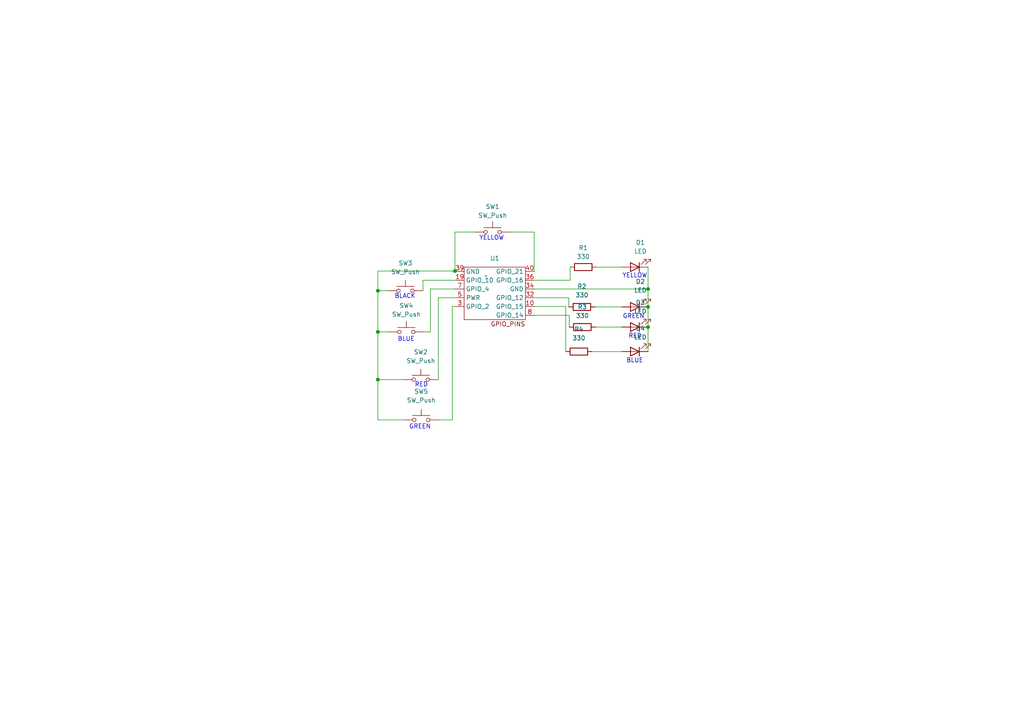
<source format=kicad_sch>
(kicad_sch (version 20230121) (generator eeschema)
  (paper "A4")
  (lib_symbols
    (symbol "Device:LED" (pin_numbers hide) (pin_names (offset 1.016) hide)
      (property "Reference" "D" (at 0 2.54 0))
      (property "Value" "LED" (at 0 -2.54 0))
      (symbol "LED_0_1"
        (polyline (pts (xy -1.27 -1.27) (xy -1.27 1.27)) (stroke (width 0.254)))
        (polyline (pts (xy -1.27 0) (xy 1.27 0)))
        (polyline (pts (xy 1.27 -1.27) (xy 1.27 1.27) (xy -1.27 0) (xy 1.27 -1.27)) (stroke (width 0.254)))
        (polyline (pts (xy -3.048 -0.762) (xy -4.572 -2.286) (xy -3.81 -2.286) (xy -4.572 -2.286) (xy -4.572 -1.524)))
        (polyline (pts (xy -1.778 -0.762) (xy -3.302 -2.286) (xy -2.54 -2.286) (xy -3.302 -2.286) (xy -3.302 -1.524)))
      )
      (symbol "LED_1_1"
        (pin passive line (at -3.81 0 0) (length 2.54) (name "K") (number "1"))
        (pin passive line (at 3.81 0 180) (length 2.54) (name "A") (number "2"))
      )
    )
    (symbol "Device:R" (pin_numbers hide) (pin_names (offset 0))
      (property "Reference" "R" (at 2.032 0 90))
      (property "Value" "R" (at 0 0 90))
      (symbol "R_0_1"
        (rectangle (start -1.016 -2.54) (end 1.016 2.54) (stroke (width 0.254)))
      )
      (symbol "R_1_1"
        (pin passive line (at 0 3.81 270) (length 1.27) (name "~") (number "1"))
        (pin passive line (at 0 -3.81 90) (length 1.27) (name "~") (number "2"))
      )
    )
    (symbol "Switch:SW_Push" (pin_numbers hide) (pin_names (offset 1.016) hide)
      (property "Reference" "SW" (at 1.27 2.54 0))
      (property "Value" "SW_Push" (at 0 -1.524 0))
      (symbol "SW_Push_0_1"
        (circle (center -2.032 0) (radius 0.508))
        (polyline (pts (xy 0 1.27) (xy 0 3.048)))
        (polyline (pts (xy 2.54 1.27) (xy -2.54 1.27)))
        (circle (center 2.032 0) (radius 0.508))
        (pin passive line (at -5.08 0 0) (length 2.54) (name "1") (number "1"))
        (pin passive line (at 5.08 0 180) (length 2.54) (name "2") (number "2"))
      )
    )
    (symbol "Symbols:GPIO_Pins"
      (property "Reference" "U" (at -7.62 8.89 0))
      (symbol "GPIO_Pins_0_1"
        (rectangle (start -8.89 7.62) (end 8.89 -7.62))
      )
      (symbol "GPIO_Pins_1_1"
        (text "GPIO_PINS\n" (at 3.81 -8.89 0) (effects (font (size 1.27 1.27))))
        (pin output line (at 11.43 -3.81 180) (length 2.54) (name "GPIO_15") (number "10"))
        (pin output line (at -11.43 3.81 0) (length 2.54) (name "GPIO_10") (number "19"))
        (pin output line (at -11.43 -3.81 0) (length 2.54) (name "GPIO_2") (number "3"))
        (pin output line (at 11.43 -1.27 180) (length 2.54) (name "GPIO_12") (number "32"))
        (pin input line (at 11.43 1.27 180) (length 2.54) (name "GND") (number "34"))
        (pin output line (at 11.43 3.81 180) (length 2.54) (name "GPIO_16") (number "36"))
        (pin input line (at -11.43 6.35 0) (length 2.54) (name "GND") (number "39"))
        (pin output line (at 11.43 6.35 180) (length 2.54) (name "GPIO_21") (number "40"))
        (pin output line (at -11.43 -1.27 0) (length 2.54) (name "PWR") (number "5"))
        (pin output line (at -11.43 1.27 0) (length 2.54) (name "GPIO_4") (number "7"))
        (pin output line (at 11.43 -6.35 180) (length 2.54) (name "GPIO_14") (number "8"))
      )
    )
  )
  (junction (at 187.96 83.82))
  (junction (at 109.601 110.109))
  (junction (at 131.953 78.613))
  (junction (at 109.601 96.266))
  (junction (at 109.601 84.328))
  (junction (at 187.96 94.869))
  (junction (at 187.96 89.027))
  (wire (pts (xy 131.953 78.74) (xy 132.08 78.74)))
  (wire (pts (xy 164.973 89.027) (xy 164.973 86.36)))
  (wire (pts (xy 172.72 94.869) (xy 180.34 94.869)))
  (wire (pts (xy 172.974 77.47) (xy 180.34 77.47)))
  (wire (pts (xy 122.682 81.28) (xy 132.08 81.28)))
  (wire (pts (xy 109.601 84.328) (xy 109.601 96.266)))
  (wire (pts (xy 131.191 88.9) (xy 131.191 121.793)))
  (wire (pts (xy 122.682 84.328) (xy 122.682 81.28)))
  (wire (pts (xy 109.601 110.109) (xy 116.967 110.109)))
  (wire (pts (xy 109.601 96.266) (xy 112.776 96.266)))
  (wire (pts (xy 171.704 101.981) (xy 180.34 101.981)))
  (wire (pts (xy 154.94 88.9) (xy 164.084 88.9)))
  (wire (pts (xy 124.841 83.82) (xy 124.841 96.266)))
  (wire (pts (xy 187.96 101.981) (xy 187.96 94.869)))
  (wire (pts (xy 131.953 78.613) (xy 131.953 67.31)))
  (wire (pts (xy 109.601 96.266) (xy 109.601 110.109)))
  (wire (pts (xy 124.841 83.82) (xy 132.08 83.82)))
  (wire (pts (xy 124.841 96.266) (xy 122.936 96.266)))
  (wire (pts (xy 187.96 77.47) (xy 187.96 83.82)))
  (wire (pts (xy 109.601 84.328) (xy 109.601 78.613)))
  (wire (pts (xy 109.601 78.613) (xy 131.953 78.613)))
  (wire (pts (xy 165.1 91.44) (xy 165.1 94.869)))
  (wire (pts (xy 109.601 84.328) (xy 112.522 84.328)))
  (wire (pts (xy 154.94 81.28) (xy 165.354 81.28)))
  (wire (pts (xy 154.94 83.82) (xy 187.96 83.82)))
  (wire (pts (xy 132.08 86.36) (xy 127.127 86.36)))
  (wire (pts (xy 127.127 86.36) (xy 127.127 110.109)))
  (wire (pts (xy 127.254 121.793) (xy 131.191 121.793)))
  (wire (pts (xy 154.94 67.31) (xy 154.94 78.74)))
  (wire (pts (xy 109.601 121.793) (xy 117.094 121.793)))
  (wire (pts (xy 154.94 91.44) (xy 165.1 91.44)))
  (wire (pts (xy 164.973 86.36) (xy 154.94 86.36)))
  (wire (pts (xy 109.601 110.109) (xy 109.601 121.793)))
  (wire (pts (xy 131.953 78.613) (xy 131.953 78.74)))
  (wire (pts (xy 164.084 88.9) (xy 164.084 101.981)))
  (wire (pts (xy 172.593 89.027) (xy 180.34 89.027)))
  (wire (pts (xy 131.953 67.31) (xy 137.795 67.31)))
  (wire (pts (xy 147.955 67.31) (xy 154.94 67.31)))
  (wire (pts (xy 187.96 89.027) (xy 187.96 94.869)))
  (wire (pts (xy 131.191 88.9) (xy 132.08 88.9)))
  (wire (pts (xy 165.354 81.28) (xy 165.354 77.47)))
  (wire (pts (xy 187.96 83.82) (xy 187.96 89.027)))
  (text "YELLOW" (at 180.467 80.772 0) (effects (font (size 1.27 1.27)) (justify left bottom)))
  (text "RED" (at 182.245 98.298 0) (effects (font (size 1.27 1.27)) (justify left bottom)))
  (text "BLUE" (at 115.316 99.187 0) (effects (font (size 1.27 1.27)) (justify left bottom)))
  (text "BLACK" (at 114.427 86.741 0) (effects (font (size 1.27 1.27)) (justify left bottom)))
  (text "YELLOW" (at 138.938 69.85 0) (effects (font (size 1.27 1.27)) (justify left bottom)))
  (text "GREEN" (at 118.618 124.587 0) (effects (font (size 1.27 1.27)) (justify left bottom)))
  (text "RED" (at 120.269 112.395 0) (effects (font (size 1.27 1.27)) (justify left bottom)))
  (text "BLUE" (at 181.61 105.41 0) (effects (font (size 1.27 1.27)) (justify left bottom)))
  (text "GREEN" (at 180.594 92.583 0) (effects (font (size 1.27 1.27)) (justify left bottom)))
  (symbol (lib_id "Switch:SW_Push") (at 122.047 110.109 0) (unit 1)
    (property "Reference" "SW2" (at 122.047 102.108 0))
    (property "Value" "SW_Push" (at 122.047 104.648 0))
    (property "Footprint" "Button_Switch_THT:SW_PUSH-12mm" (effects hide))
  )
  (symbol (lib_id "Switch:SW_Push") (at 142.875 67.31 0) (unit 1)
    (property "Reference" "SW1" (at 142.875 59.944 0))
    (property "Value" "SW_Push" (at 142.875 62.484 0))
    (property "Footprint" "Button_Switch_THT:SW_PUSH-12mm" (effects hide))
  )
  (symbol (lib_id "Device:R") (at 168.783 89.027 270) (unit 1)
    (property "Reference" "R2" (at 168.783 83.058 90))
    (property "Value" "330" (at 168.783 85.598 90))
    (property "Footprint" "Resistor_SMD:R_0201_0603Metric" (effects hide))
  )
  (symbol (lib_id "Device:R") (at 169.164 77.47 90) (unit 1)
    (property "Reference" "R1" (at 169.164 71.882 90))
    (property "Value" "330" (at 169.164 74.422 90))
    (property "Footprint" "Resistor_SMD:R_0201_0603Metric" (effects hide))
  )
  (symbol (lib_id "Device:LED") (at 184.15 89.027 180) (unit 1)
    (property "Reference" "D2" (at 185.7375 81.661 0))
    (property "Value" "LED" (at 185.7375 84.201 0))
    (property "Footprint" "LED_THT:LED_D5.0mm" (effects hide))
  )
  (symbol (lib_id "Switch:SW_Push") (at 122.174 121.793 0) (unit 1)
    (property "Reference" "SW5" (at 122.174 113.538 0))
    (property "Value" "SW_Push" (at 122.174 116.078 0))
    (property "Footprint" "Button_Switch_THT:SW_PUSH-12mm" (effects hide))
  )
  (symbol (lib_id "Symbols:GPIO_Pins") (at 143.51 85.09 0) (unit 1)
    (property "Reference" "U1" (at 143.51 74.93 0))
    (property "Value" "~" (at 140.97 80.01 0))
    (property "Footprint" "Library:GPIO_PINS_TEST" (effects hide))
  )
  (symbol (lib_id "Device:LED") (at 184.15 94.869 180) (unit 1)
    (property "Reference" "D3" (at 185.7375 87.757 0))
    (property "Value" "LED" (at 185.7375 90.297 0))
    (property "Footprint" "LED_THT:LED_D5.0mm" (effects hide))
  )
  (symbol (lib_id "Device:R") (at 168.91 94.869 90) (unit 1)
    (property "Reference" "R3" (at 168.91 89.027 90))
    (property "Value" "330" (at 168.91 91.567 90))
    (property "Footprint" "Resistor_SMD:R_0201_0603Metric" (effects hide))
  )
  (symbol (lib_id "Device:LED") (at 184.15 77.47 180) (unit 1)
    (property "Reference" "D1" (at 185.7375 70.358 0))
    (property "Value" "LED" (at 185.7375 72.898 0))
    (property "Footprint" "LED_THT:LED_D5.0mm" (effects hide))
  )
  (symbol (lib_id "Switch:SW_Push") (at 117.856 96.266 0) (unit 1)
    (property "Reference" "SW4" (at 117.856 88.646 0))
    (property "Value" "SW_Push" (at 117.856 91.186 0))
    (property "Footprint" "Button_Switch_THT:SW_PUSH-12mm" (effects hide))
  )
  (symbol (lib_id "Device:LED") (at 184.15 101.981 180) (unit 1)
    (property "Reference" "D4" (at 185.7375 95.25 0))
    (property "Value" "LED" (at 185.7375 97.79 0))
    (property "Footprint" "LED_THT:LED_D5.0mm" (effects hide))
  )
  (symbol (lib_id "Switch:SW_Push") (at 117.602 84.328 0) (unit 1)
    (property "Reference" "SW3" (at 117.602 76.327 0))
    (property "Value" "SW_Push" (at 117.602 78.867 0))
    (property "Footprint" "Button_Switch_THT:SW_PUSH-12mm" (effects hide))
  )
  (symbol (lib_id "Device:R") (at 167.894 101.981 90) (unit 1)
    (property "Reference" "R4" (at 167.894 95.504 90))
    (property "Value" "330" (at 167.894 98.044 90))
    (property "Footprint" "Resistor_SMD:R_0201_0603Metric" (effects hide))
  )
)
</source>
